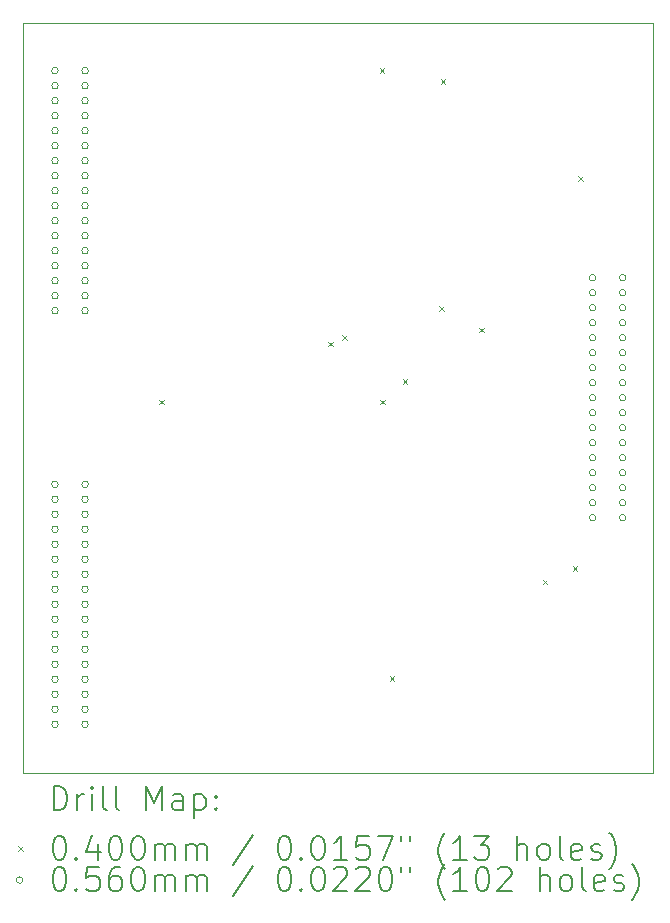
<source format=gbr>
%TF.GenerationSoftware,KiCad,Pcbnew,7.0.7*%
%TF.CreationDate,2023-09-14T15:53:36-04:00*%
%TF.ProjectId,Heater_South_DCT_HSK,48656174-6572-45f5-936f-7574685f4443,rev?*%
%TF.SameCoordinates,Original*%
%TF.FileFunction,Drillmap*%
%TF.FilePolarity,Positive*%
%FSLAX45Y45*%
G04 Gerber Fmt 4.5, Leading zero omitted, Abs format (unit mm)*
G04 Created by KiCad (PCBNEW 7.0.7) date 2023-09-14 15:53:36*
%MOMM*%
%LPD*%
G01*
G04 APERTURE LIST*
%ADD10C,0.100000*%
%ADD11C,0.200000*%
%ADD12C,0.040000*%
%ADD13C,0.056000*%
G04 APERTURE END LIST*
D10*
X10160000Y-5080000D02*
X15494000Y-5080000D01*
X15494000Y-11430000D01*
X10160000Y-11430000D01*
X10160000Y-5080000D01*
D11*
D12*
X11305722Y-8270560D02*
X11345722Y-8310560D01*
X11345722Y-8270560D02*
X11305722Y-8310560D01*
X12740200Y-7780560D02*
X12780200Y-7820560D01*
X12780200Y-7780560D02*
X12740200Y-7820560D01*
X12860200Y-7727000D02*
X12900200Y-7767000D01*
X12900200Y-7727000D02*
X12860200Y-7767000D01*
X13174692Y-5467008D02*
X13214692Y-5507008D01*
X13214692Y-5467008D02*
X13174692Y-5507008D01*
X13180200Y-8270560D02*
X13220200Y-8310560D01*
X13220200Y-8270560D02*
X13180200Y-8310560D01*
X13259120Y-10614980D02*
X13299120Y-10654980D01*
X13299120Y-10614980D02*
X13259120Y-10654980D01*
X13370200Y-8100560D02*
X13410200Y-8140560D01*
X13410200Y-8100560D02*
X13370200Y-8140560D01*
X13680200Y-7480560D02*
X13720200Y-7520560D01*
X13720200Y-7480560D02*
X13680200Y-7520560D01*
X13690920Y-5560380D02*
X13730920Y-5600380D01*
X13730920Y-5560380D02*
X13690920Y-5600380D01*
X14017920Y-7662840D02*
X14057920Y-7702840D01*
X14057920Y-7662840D02*
X14017920Y-7702840D01*
X14556200Y-9794560D02*
X14596200Y-9834560D01*
X14596200Y-9794560D02*
X14556200Y-9834560D01*
X14808520Y-9680560D02*
X14848520Y-9720560D01*
X14848520Y-9680560D02*
X14808520Y-9720560D01*
X14857340Y-6377700D02*
X14897340Y-6417700D01*
X14897340Y-6377700D02*
X14857340Y-6417700D01*
D13*
X10453684Y-5486400D02*
G75*
G03*
X10453684Y-5486400I-28000J0D01*
G01*
X10453684Y-8989060D02*
G75*
G03*
X10453684Y-8989060I-28000J0D01*
G01*
X10454700Y-5613400D02*
G75*
G03*
X10454700Y-5613400I-28000J0D01*
G01*
X10454700Y-5740400D02*
G75*
G03*
X10454700Y-5740400I-28000J0D01*
G01*
X10454700Y-5867400D02*
G75*
G03*
X10454700Y-5867400I-28000J0D01*
G01*
X10454700Y-5994400D02*
G75*
G03*
X10454700Y-5994400I-28000J0D01*
G01*
X10454700Y-6121400D02*
G75*
G03*
X10454700Y-6121400I-28000J0D01*
G01*
X10454700Y-6248400D02*
G75*
G03*
X10454700Y-6248400I-28000J0D01*
G01*
X10454700Y-6375400D02*
G75*
G03*
X10454700Y-6375400I-28000J0D01*
G01*
X10454700Y-6502400D02*
G75*
G03*
X10454700Y-6502400I-28000J0D01*
G01*
X10454700Y-6629400D02*
G75*
G03*
X10454700Y-6629400I-28000J0D01*
G01*
X10454700Y-6756400D02*
G75*
G03*
X10454700Y-6756400I-28000J0D01*
G01*
X10454700Y-6883400D02*
G75*
G03*
X10454700Y-6883400I-28000J0D01*
G01*
X10454700Y-7010400D02*
G75*
G03*
X10454700Y-7010400I-28000J0D01*
G01*
X10454700Y-7137400D02*
G75*
G03*
X10454700Y-7137400I-28000J0D01*
G01*
X10454700Y-7264400D02*
G75*
G03*
X10454700Y-7264400I-28000J0D01*
G01*
X10454700Y-7391400D02*
G75*
G03*
X10454700Y-7391400I-28000J0D01*
G01*
X10454700Y-7518400D02*
G75*
G03*
X10454700Y-7518400I-28000J0D01*
G01*
X10454700Y-9116060D02*
G75*
G03*
X10454700Y-9116060I-28000J0D01*
G01*
X10454700Y-9243060D02*
G75*
G03*
X10454700Y-9243060I-28000J0D01*
G01*
X10454700Y-9370060D02*
G75*
G03*
X10454700Y-9370060I-28000J0D01*
G01*
X10454700Y-9497060D02*
G75*
G03*
X10454700Y-9497060I-28000J0D01*
G01*
X10454700Y-9624060D02*
G75*
G03*
X10454700Y-9624060I-28000J0D01*
G01*
X10454700Y-9751060D02*
G75*
G03*
X10454700Y-9751060I-28000J0D01*
G01*
X10454700Y-9878060D02*
G75*
G03*
X10454700Y-9878060I-28000J0D01*
G01*
X10454700Y-10005060D02*
G75*
G03*
X10454700Y-10005060I-28000J0D01*
G01*
X10454700Y-10132060D02*
G75*
G03*
X10454700Y-10132060I-28000J0D01*
G01*
X10454700Y-10259060D02*
G75*
G03*
X10454700Y-10259060I-28000J0D01*
G01*
X10454700Y-10386060D02*
G75*
G03*
X10454700Y-10386060I-28000J0D01*
G01*
X10454700Y-10513060D02*
G75*
G03*
X10454700Y-10513060I-28000J0D01*
G01*
X10454700Y-10640060D02*
G75*
G03*
X10454700Y-10640060I-28000J0D01*
G01*
X10454700Y-10767060D02*
G75*
G03*
X10454700Y-10767060I-28000J0D01*
G01*
X10454700Y-10894060D02*
G75*
G03*
X10454700Y-10894060I-28000J0D01*
G01*
X10454700Y-11021060D02*
G75*
G03*
X10454700Y-11021060I-28000J0D01*
G01*
X10708700Y-5613400D02*
G75*
G03*
X10708700Y-5613400I-28000J0D01*
G01*
X10708700Y-5740400D02*
G75*
G03*
X10708700Y-5740400I-28000J0D01*
G01*
X10708700Y-5867400D02*
G75*
G03*
X10708700Y-5867400I-28000J0D01*
G01*
X10708700Y-5994400D02*
G75*
G03*
X10708700Y-5994400I-28000J0D01*
G01*
X10708700Y-6121400D02*
G75*
G03*
X10708700Y-6121400I-28000J0D01*
G01*
X10708700Y-6248400D02*
G75*
G03*
X10708700Y-6248400I-28000J0D01*
G01*
X10708700Y-6375400D02*
G75*
G03*
X10708700Y-6375400I-28000J0D01*
G01*
X10708700Y-6502400D02*
G75*
G03*
X10708700Y-6502400I-28000J0D01*
G01*
X10708700Y-6629400D02*
G75*
G03*
X10708700Y-6629400I-28000J0D01*
G01*
X10708700Y-6756400D02*
G75*
G03*
X10708700Y-6756400I-28000J0D01*
G01*
X10708700Y-6883400D02*
G75*
G03*
X10708700Y-6883400I-28000J0D01*
G01*
X10708700Y-7010400D02*
G75*
G03*
X10708700Y-7010400I-28000J0D01*
G01*
X10708700Y-7137400D02*
G75*
G03*
X10708700Y-7137400I-28000J0D01*
G01*
X10708700Y-7264400D02*
G75*
G03*
X10708700Y-7264400I-28000J0D01*
G01*
X10708700Y-7391400D02*
G75*
G03*
X10708700Y-7391400I-28000J0D01*
G01*
X10708700Y-7518400D02*
G75*
G03*
X10708700Y-7518400I-28000J0D01*
G01*
X10708700Y-9116060D02*
G75*
G03*
X10708700Y-9116060I-28000J0D01*
G01*
X10708700Y-9243060D02*
G75*
G03*
X10708700Y-9243060I-28000J0D01*
G01*
X10708700Y-9370060D02*
G75*
G03*
X10708700Y-9370060I-28000J0D01*
G01*
X10708700Y-9497060D02*
G75*
G03*
X10708700Y-9497060I-28000J0D01*
G01*
X10708700Y-9624060D02*
G75*
G03*
X10708700Y-9624060I-28000J0D01*
G01*
X10708700Y-9751060D02*
G75*
G03*
X10708700Y-9751060I-28000J0D01*
G01*
X10708700Y-9878060D02*
G75*
G03*
X10708700Y-9878060I-28000J0D01*
G01*
X10708700Y-10005060D02*
G75*
G03*
X10708700Y-10005060I-28000J0D01*
G01*
X10708700Y-10132060D02*
G75*
G03*
X10708700Y-10132060I-28000J0D01*
G01*
X10708700Y-10259060D02*
G75*
G03*
X10708700Y-10259060I-28000J0D01*
G01*
X10708700Y-10386060D02*
G75*
G03*
X10708700Y-10386060I-28000J0D01*
G01*
X10708700Y-10513060D02*
G75*
G03*
X10708700Y-10513060I-28000J0D01*
G01*
X10708700Y-10640060D02*
G75*
G03*
X10708700Y-10640060I-28000J0D01*
G01*
X10708700Y-10767060D02*
G75*
G03*
X10708700Y-10767060I-28000J0D01*
G01*
X10708700Y-10894060D02*
G75*
G03*
X10708700Y-10894060I-28000J0D01*
G01*
X10708700Y-11021060D02*
G75*
G03*
X10708700Y-11021060I-28000J0D01*
G01*
X10709716Y-5486400D02*
G75*
G03*
X10709716Y-5486400I-28000J0D01*
G01*
X10709716Y-8989060D02*
G75*
G03*
X10709716Y-8989060I-28000J0D01*
G01*
X15005364Y-7239000D02*
G75*
G03*
X15005364Y-7239000I-28000J0D01*
G01*
X15006380Y-7366000D02*
G75*
G03*
X15006380Y-7366000I-28000J0D01*
G01*
X15006380Y-7493000D02*
G75*
G03*
X15006380Y-7493000I-28000J0D01*
G01*
X15006380Y-7620000D02*
G75*
G03*
X15006380Y-7620000I-28000J0D01*
G01*
X15006380Y-7747000D02*
G75*
G03*
X15006380Y-7747000I-28000J0D01*
G01*
X15006380Y-7874000D02*
G75*
G03*
X15006380Y-7874000I-28000J0D01*
G01*
X15006380Y-8001000D02*
G75*
G03*
X15006380Y-8001000I-28000J0D01*
G01*
X15006380Y-8128000D02*
G75*
G03*
X15006380Y-8128000I-28000J0D01*
G01*
X15006380Y-8255000D02*
G75*
G03*
X15006380Y-8255000I-28000J0D01*
G01*
X15006380Y-8382000D02*
G75*
G03*
X15006380Y-8382000I-28000J0D01*
G01*
X15006380Y-8509000D02*
G75*
G03*
X15006380Y-8509000I-28000J0D01*
G01*
X15006380Y-8636000D02*
G75*
G03*
X15006380Y-8636000I-28000J0D01*
G01*
X15006380Y-8763000D02*
G75*
G03*
X15006380Y-8763000I-28000J0D01*
G01*
X15006380Y-8890000D02*
G75*
G03*
X15006380Y-8890000I-28000J0D01*
G01*
X15006380Y-9017000D02*
G75*
G03*
X15006380Y-9017000I-28000J0D01*
G01*
X15006380Y-9144000D02*
G75*
G03*
X15006380Y-9144000I-28000J0D01*
G01*
X15006380Y-9271000D02*
G75*
G03*
X15006380Y-9271000I-28000J0D01*
G01*
X15260380Y-7366000D02*
G75*
G03*
X15260380Y-7366000I-28000J0D01*
G01*
X15260380Y-7493000D02*
G75*
G03*
X15260380Y-7493000I-28000J0D01*
G01*
X15260380Y-7620000D02*
G75*
G03*
X15260380Y-7620000I-28000J0D01*
G01*
X15260380Y-7747000D02*
G75*
G03*
X15260380Y-7747000I-28000J0D01*
G01*
X15260380Y-7874000D02*
G75*
G03*
X15260380Y-7874000I-28000J0D01*
G01*
X15260380Y-8001000D02*
G75*
G03*
X15260380Y-8001000I-28000J0D01*
G01*
X15260380Y-8128000D02*
G75*
G03*
X15260380Y-8128000I-28000J0D01*
G01*
X15260380Y-8255000D02*
G75*
G03*
X15260380Y-8255000I-28000J0D01*
G01*
X15260380Y-8382000D02*
G75*
G03*
X15260380Y-8382000I-28000J0D01*
G01*
X15260380Y-8509000D02*
G75*
G03*
X15260380Y-8509000I-28000J0D01*
G01*
X15260380Y-8636000D02*
G75*
G03*
X15260380Y-8636000I-28000J0D01*
G01*
X15260380Y-8763000D02*
G75*
G03*
X15260380Y-8763000I-28000J0D01*
G01*
X15260380Y-8890000D02*
G75*
G03*
X15260380Y-8890000I-28000J0D01*
G01*
X15260380Y-9017000D02*
G75*
G03*
X15260380Y-9017000I-28000J0D01*
G01*
X15260380Y-9144000D02*
G75*
G03*
X15260380Y-9144000I-28000J0D01*
G01*
X15260380Y-9271000D02*
G75*
G03*
X15260380Y-9271000I-28000J0D01*
G01*
X15261396Y-7239000D02*
G75*
G03*
X15261396Y-7239000I-28000J0D01*
G01*
D11*
X10415777Y-11746484D02*
X10415777Y-11546484D01*
X10415777Y-11546484D02*
X10463396Y-11546484D01*
X10463396Y-11546484D02*
X10491967Y-11556008D01*
X10491967Y-11556008D02*
X10511015Y-11575055D01*
X10511015Y-11575055D02*
X10520539Y-11594103D01*
X10520539Y-11594103D02*
X10530063Y-11632198D01*
X10530063Y-11632198D02*
X10530063Y-11660769D01*
X10530063Y-11660769D02*
X10520539Y-11698865D01*
X10520539Y-11698865D02*
X10511015Y-11717912D01*
X10511015Y-11717912D02*
X10491967Y-11736960D01*
X10491967Y-11736960D02*
X10463396Y-11746484D01*
X10463396Y-11746484D02*
X10415777Y-11746484D01*
X10615777Y-11746484D02*
X10615777Y-11613150D01*
X10615777Y-11651246D02*
X10625301Y-11632198D01*
X10625301Y-11632198D02*
X10634824Y-11622674D01*
X10634824Y-11622674D02*
X10653872Y-11613150D01*
X10653872Y-11613150D02*
X10672920Y-11613150D01*
X10739586Y-11746484D02*
X10739586Y-11613150D01*
X10739586Y-11546484D02*
X10730063Y-11556008D01*
X10730063Y-11556008D02*
X10739586Y-11565531D01*
X10739586Y-11565531D02*
X10749110Y-11556008D01*
X10749110Y-11556008D02*
X10739586Y-11546484D01*
X10739586Y-11546484D02*
X10739586Y-11565531D01*
X10863396Y-11746484D02*
X10844348Y-11736960D01*
X10844348Y-11736960D02*
X10834824Y-11717912D01*
X10834824Y-11717912D02*
X10834824Y-11546484D01*
X10968158Y-11746484D02*
X10949110Y-11736960D01*
X10949110Y-11736960D02*
X10939586Y-11717912D01*
X10939586Y-11717912D02*
X10939586Y-11546484D01*
X11196729Y-11746484D02*
X11196729Y-11546484D01*
X11196729Y-11546484D02*
X11263396Y-11689341D01*
X11263396Y-11689341D02*
X11330062Y-11546484D01*
X11330062Y-11546484D02*
X11330062Y-11746484D01*
X11511015Y-11746484D02*
X11511015Y-11641722D01*
X11511015Y-11641722D02*
X11501491Y-11622674D01*
X11501491Y-11622674D02*
X11482443Y-11613150D01*
X11482443Y-11613150D02*
X11444348Y-11613150D01*
X11444348Y-11613150D02*
X11425301Y-11622674D01*
X11511015Y-11736960D02*
X11491967Y-11746484D01*
X11491967Y-11746484D02*
X11444348Y-11746484D01*
X11444348Y-11746484D02*
X11425301Y-11736960D01*
X11425301Y-11736960D02*
X11415777Y-11717912D01*
X11415777Y-11717912D02*
X11415777Y-11698865D01*
X11415777Y-11698865D02*
X11425301Y-11679817D01*
X11425301Y-11679817D02*
X11444348Y-11670293D01*
X11444348Y-11670293D02*
X11491967Y-11670293D01*
X11491967Y-11670293D02*
X11511015Y-11660769D01*
X11606253Y-11613150D02*
X11606253Y-11813150D01*
X11606253Y-11622674D02*
X11625301Y-11613150D01*
X11625301Y-11613150D02*
X11663396Y-11613150D01*
X11663396Y-11613150D02*
X11682443Y-11622674D01*
X11682443Y-11622674D02*
X11691967Y-11632198D01*
X11691967Y-11632198D02*
X11701491Y-11651246D01*
X11701491Y-11651246D02*
X11701491Y-11708388D01*
X11701491Y-11708388D02*
X11691967Y-11727436D01*
X11691967Y-11727436D02*
X11682443Y-11736960D01*
X11682443Y-11736960D02*
X11663396Y-11746484D01*
X11663396Y-11746484D02*
X11625301Y-11746484D01*
X11625301Y-11746484D02*
X11606253Y-11736960D01*
X11787205Y-11727436D02*
X11796729Y-11736960D01*
X11796729Y-11736960D02*
X11787205Y-11746484D01*
X11787205Y-11746484D02*
X11777682Y-11736960D01*
X11777682Y-11736960D02*
X11787205Y-11727436D01*
X11787205Y-11727436D02*
X11787205Y-11746484D01*
X11787205Y-11622674D02*
X11796729Y-11632198D01*
X11796729Y-11632198D02*
X11787205Y-11641722D01*
X11787205Y-11641722D02*
X11777682Y-11632198D01*
X11777682Y-11632198D02*
X11787205Y-11622674D01*
X11787205Y-11622674D02*
X11787205Y-11641722D01*
D12*
X10115000Y-12055000D02*
X10155000Y-12095000D01*
X10155000Y-12055000D02*
X10115000Y-12095000D01*
D11*
X10453872Y-11966484D02*
X10472920Y-11966484D01*
X10472920Y-11966484D02*
X10491967Y-11976008D01*
X10491967Y-11976008D02*
X10501491Y-11985531D01*
X10501491Y-11985531D02*
X10511015Y-12004579D01*
X10511015Y-12004579D02*
X10520539Y-12042674D01*
X10520539Y-12042674D02*
X10520539Y-12090293D01*
X10520539Y-12090293D02*
X10511015Y-12128388D01*
X10511015Y-12128388D02*
X10501491Y-12147436D01*
X10501491Y-12147436D02*
X10491967Y-12156960D01*
X10491967Y-12156960D02*
X10472920Y-12166484D01*
X10472920Y-12166484D02*
X10453872Y-12166484D01*
X10453872Y-12166484D02*
X10434824Y-12156960D01*
X10434824Y-12156960D02*
X10425301Y-12147436D01*
X10425301Y-12147436D02*
X10415777Y-12128388D01*
X10415777Y-12128388D02*
X10406253Y-12090293D01*
X10406253Y-12090293D02*
X10406253Y-12042674D01*
X10406253Y-12042674D02*
X10415777Y-12004579D01*
X10415777Y-12004579D02*
X10425301Y-11985531D01*
X10425301Y-11985531D02*
X10434824Y-11976008D01*
X10434824Y-11976008D02*
X10453872Y-11966484D01*
X10606253Y-12147436D02*
X10615777Y-12156960D01*
X10615777Y-12156960D02*
X10606253Y-12166484D01*
X10606253Y-12166484D02*
X10596729Y-12156960D01*
X10596729Y-12156960D02*
X10606253Y-12147436D01*
X10606253Y-12147436D02*
X10606253Y-12166484D01*
X10787205Y-12033150D02*
X10787205Y-12166484D01*
X10739586Y-11956960D02*
X10691967Y-12099817D01*
X10691967Y-12099817D02*
X10815777Y-12099817D01*
X10930063Y-11966484D02*
X10949110Y-11966484D01*
X10949110Y-11966484D02*
X10968158Y-11976008D01*
X10968158Y-11976008D02*
X10977682Y-11985531D01*
X10977682Y-11985531D02*
X10987205Y-12004579D01*
X10987205Y-12004579D02*
X10996729Y-12042674D01*
X10996729Y-12042674D02*
X10996729Y-12090293D01*
X10996729Y-12090293D02*
X10987205Y-12128388D01*
X10987205Y-12128388D02*
X10977682Y-12147436D01*
X10977682Y-12147436D02*
X10968158Y-12156960D01*
X10968158Y-12156960D02*
X10949110Y-12166484D01*
X10949110Y-12166484D02*
X10930063Y-12166484D01*
X10930063Y-12166484D02*
X10911015Y-12156960D01*
X10911015Y-12156960D02*
X10901491Y-12147436D01*
X10901491Y-12147436D02*
X10891967Y-12128388D01*
X10891967Y-12128388D02*
X10882444Y-12090293D01*
X10882444Y-12090293D02*
X10882444Y-12042674D01*
X10882444Y-12042674D02*
X10891967Y-12004579D01*
X10891967Y-12004579D02*
X10901491Y-11985531D01*
X10901491Y-11985531D02*
X10911015Y-11976008D01*
X10911015Y-11976008D02*
X10930063Y-11966484D01*
X11120539Y-11966484D02*
X11139586Y-11966484D01*
X11139586Y-11966484D02*
X11158634Y-11976008D01*
X11158634Y-11976008D02*
X11168158Y-11985531D01*
X11168158Y-11985531D02*
X11177682Y-12004579D01*
X11177682Y-12004579D02*
X11187205Y-12042674D01*
X11187205Y-12042674D02*
X11187205Y-12090293D01*
X11187205Y-12090293D02*
X11177682Y-12128388D01*
X11177682Y-12128388D02*
X11168158Y-12147436D01*
X11168158Y-12147436D02*
X11158634Y-12156960D01*
X11158634Y-12156960D02*
X11139586Y-12166484D01*
X11139586Y-12166484D02*
X11120539Y-12166484D01*
X11120539Y-12166484D02*
X11101491Y-12156960D01*
X11101491Y-12156960D02*
X11091967Y-12147436D01*
X11091967Y-12147436D02*
X11082444Y-12128388D01*
X11082444Y-12128388D02*
X11072920Y-12090293D01*
X11072920Y-12090293D02*
X11072920Y-12042674D01*
X11072920Y-12042674D02*
X11082444Y-12004579D01*
X11082444Y-12004579D02*
X11091967Y-11985531D01*
X11091967Y-11985531D02*
X11101491Y-11976008D01*
X11101491Y-11976008D02*
X11120539Y-11966484D01*
X11272920Y-12166484D02*
X11272920Y-12033150D01*
X11272920Y-12052198D02*
X11282443Y-12042674D01*
X11282443Y-12042674D02*
X11301491Y-12033150D01*
X11301491Y-12033150D02*
X11330063Y-12033150D01*
X11330063Y-12033150D02*
X11349110Y-12042674D01*
X11349110Y-12042674D02*
X11358634Y-12061722D01*
X11358634Y-12061722D02*
X11358634Y-12166484D01*
X11358634Y-12061722D02*
X11368158Y-12042674D01*
X11368158Y-12042674D02*
X11387205Y-12033150D01*
X11387205Y-12033150D02*
X11415777Y-12033150D01*
X11415777Y-12033150D02*
X11434824Y-12042674D01*
X11434824Y-12042674D02*
X11444348Y-12061722D01*
X11444348Y-12061722D02*
X11444348Y-12166484D01*
X11539586Y-12166484D02*
X11539586Y-12033150D01*
X11539586Y-12052198D02*
X11549110Y-12042674D01*
X11549110Y-12042674D02*
X11568158Y-12033150D01*
X11568158Y-12033150D02*
X11596729Y-12033150D01*
X11596729Y-12033150D02*
X11615777Y-12042674D01*
X11615777Y-12042674D02*
X11625301Y-12061722D01*
X11625301Y-12061722D02*
X11625301Y-12166484D01*
X11625301Y-12061722D02*
X11634824Y-12042674D01*
X11634824Y-12042674D02*
X11653872Y-12033150D01*
X11653872Y-12033150D02*
X11682443Y-12033150D01*
X11682443Y-12033150D02*
X11701491Y-12042674D01*
X11701491Y-12042674D02*
X11711015Y-12061722D01*
X11711015Y-12061722D02*
X11711015Y-12166484D01*
X12101491Y-11956960D02*
X11930063Y-12214103D01*
X12358634Y-11966484D02*
X12377682Y-11966484D01*
X12377682Y-11966484D02*
X12396729Y-11976008D01*
X12396729Y-11976008D02*
X12406253Y-11985531D01*
X12406253Y-11985531D02*
X12415777Y-12004579D01*
X12415777Y-12004579D02*
X12425301Y-12042674D01*
X12425301Y-12042674D02*
X12425301Y-12090293D01*
X12425301Y-12090293D02*
X12415777Y-12128388D01*
X12415777Y-12128388D02*
X12406253Y-12147436D01*
X12406253Y-12147436D02*
X12396729Y-12156960D01*
X12396729Y-12156960D02*
X12377682Y-12166484D01*
X12377682Y-12166484D02*
X12358634Y-12166484D01*
X12358634Y-12166484D02*
X12339586Y-12156960D01*
X12339586Y-12156960D02*
X12330063Y-12147436D01*
X12330063Y-12147436D02*
X12320539Y-12128388D01*
X12320539Y-12128388D02*
X12311015Y-12090293D01*
X12311015Y-12090293D02*
X12311015Y-12042674D01*
X12311015Y-12042674D02*
X12320539Y-12004579D01*
X12320539Y-12004579D02*
X12330063Y-11985531D01*
X12330063Y-11985531D02*
X12339586Y-11976008D01*
X12339586Y-11976008D02*
X12358634Y-11966484D01*
X12511015Y-12147436D02*
X12520539Y-12156960D01*
X12520539Y-12156960D02*
X12511015Y-12166484D01*
X12511015Y-12166484D02*
X12501491Y-12156960D01*
X12501491Y-12156960D02*
X12511015Y-12147436D01*
X12511015Y-12147436D02*
X12511015Y-12166484D01*
X12644348Y-11966484D02*
X12663396Y-11966484D01*
X12663396Y-11966484D02*
X12682444Y-11976008D01*
X12682444Y-11976008D02*
X12691967Y-11985531D01*
X12691967Y-11985531D02*
X12701491Y-12004579D01*
X12701491Y-12004579D02*
X12711015Y-12042674D01*
X12711015Y-12042674D02*
X12711015Y-12090293D01*
X12711015Y-12090293D02*
X12701491Y-12128388D01*
X12701491Y-12128388D02*
X12691967Y-12147436D01*
X12691967Y-12147436D02*
X12682444Y-12156960D01*
X12682444Y-12156960D02*
X12663396Y-12166484D01*
X12663396Y-12166484D02*
X12644348Y-12166484D01*
X12644348Y-12166484D02*
X12625301Y-12156960D01*
X12625301Y-12156960D02*
X12615777Y-12147436D01*
X12615777Y-12147436D02*
X12606253Y-12128388D01*
X12606253Y-12128388D02*
X12596729Y-12090293D01*
X12596729Y-12090293D02*
X12596729Y-12042674D01*
X12596729Y-12042674D02*
X12606253Y-12004579D01*
X12606253Y-12004579D02*
X12615777Y-11985531D01*
X12615777Y-11985531D02*
X12625301Y-11976008D01*
X12625301Y-11976008D02*
X12644348Y-11966484D01*
X12901491Y-12166484D02*
X12787206Y-12166484D01*
X12844348Y-12166484D02*
X12844348Y-11966484D01*
X12844348Y-11966484D02*
X12825301Y-11995055D01*
X12825301Y-11995055D02*
X12806253Y-12014103D01*
X12806253Y-12014103D02*
X12787206Y-12023627D01*
X13082444Y-11966484D02*
X12987206Y-11966484D01*
X12987206Y-11966484D02*
X12977682Y-12061722D01*
X12977682Y-12061722D02*
X12987206Y-12052198D01*
X12987206Y-12052198D02*
X13006253Y-12042674D01*
X13006253Y-12042674D02*
X13053872Y-12042674D01*
X13053872Y-12042674D02*
X13072920Y-12052198D01*
X13072920Y-12052198D02*
X13082444Y-12061722D01*
X13082444Y-12061722D02*
X13091967Y-12080769D01*
X13091967Y-12080769D02*
X13091967Y-12128388D01*
X13091967Y-12128388D02*
X13082444Y-12147436D01*
X13082444Y-12147436D02*
X13072920Y-12156960D01*
X13072920Y-12156960D02*
X13053872Y-12166484D01*
X13053872Y-12166484D02*
X13006253Y-12166484D01*
X13006253Y-12166484D02*
X12987206Y-12156960D01*
X12987206Y-12156960D02*
X12977682Y-12147436D01*
X13158634Y-11966484D02*
X13291967Y-11966484D01*
X13291967Y-11966484D02*
X13206253Y-12166484D01*
X13358634Y-11966484D02*
X13358634Y-12004579D01*
X13434825Y-11966484D02*
X13434825Y-12004579D01*
X13730063Y-12242674D02*
X13720539Y-12233150D01*
X13720539Y-12233150D02*
X13701491Y-12204579D01*
X13701491Y-12204579D02*
X13691968Y-12185531D01*
X13691968Y-12185531D02*
X13682444Y-12156960D01*
X13682444Y-12156960D02*
X13672920Y-12109341D01*
X13672920Y-12109341D02*
X13672920Y-12071246D01*
X13672920Y-12071246D02*
X13682444Y-12023627D01*
X13682444Y-12023627D02*
X13691968Y-11995055D01*
X13691968Y-11995055D02*
X13701491Y-11976008D01*
X13701491Y-11976008D02*
X13720539Y-11947436D01*
X13720539Y-11947436D02*
X13730063Y-11937912D01*
X13911015Y-12166484D02*
X13796729Y-12166484D01*
X13853872Y-12166484D02*
X13853872Y-11966484D01*
X13853872Y-11966484D02*
X13834825Y-11995055D01*
X13834825Y-11995055D02*
X13815777Y-12014103D01*
X13815777Y-12014103D02*
X13796729Y-12023627D01*
X13977682Y-11966484D02*
X14101491Y-11966484D01*
X14101491Y-11966484D02*
X14034825Y-12042674D01*
X14034825Y-12042674D02*
X14063396Y-12042674D01*
X14063396Y-12042674D02*
X14082444Y-12052198D01*
X14082444Y-12052198D02*
X14091968Y-12061722D01*
X14091968Y-12061722D02*
X14101491Y-12080769D01*
X14101491Y-12080769D02*
X14101491Y-12128388D01*
X14101491Y-12128388D02*
X14091968Y-12147436D01*
X14091968Y-12147436D02*
X14082444Y-12156960D01*
X14082444Y-12156960D02*
X14063396Y-12166484D01*
X14063396Y-12166484D02*
X14006253Y-12166484D01*
X14006253Y-12166484D02*
X13987206Y-12156960D01*
X13987206Y-12156960D02*
X13977682Y-12147436D01*
X14339587Y-12166484D02*
X14339587Y-11966484D01*
X14425301Y-12166484D02*
X14425301Y-12061722D01*
X14425301Y-12061722D02*
X14415777Y-12042674D01*
X14415777Y-12042674D02*
X14396730Y-12033150D01*
X14396730Y-12033150D02*
X14368158Y-12033150D01*
X14368158Y-12033150D02*
X14349110Y-12042674D01*
X14349110Y-12042674D02*
X14339587Y-12052198D01*
X14549110Y-12166484D02*
X14530063Y-12156960D01*
X14530063Y-12156960D02*
X14520539Y-12147436D01*
X14520539Y-12147436D02*
X14511015Y-12128388D01*
X14511015Y-12128388D02*
X14511015Y-12071246D01*
X14511015Y-12071246D02*
X14520539Y-12052198D01*
X14520539Y-12052198D02*
X14530063Y-12042674D01*
X14530063Y-12042674D02*
X14549110Y-12033150D01*
X14549110Y-12033150D02*
X14577682Y-12033150D01*
X14577682Y-12033150D02*
X14596730Y-12042674D01*
X14596730Y-12042674D02*
X14606253Y-12052198D01*
X14606253Y-12052198D02*
X14615777Y-12071246D01*
X14615777Y-12071246D02*
X14615777Y-12128388D01*
X14615777Y-12128388D02*
X14606253Y-12147436D01*
X14606253Y-12147436D02*
X14596730Y-12156960D01*
X14596730Y-12156960D02*
X14577682Y-12166484D01*
X14577682Y-12166484D02*
X14549110Y-12166484D01*
X14730063Y-12166484D02*
X14711015Y-12156960D01*
X14711015Y-12156960D02*
X14701491Y-12137912D01*
X14701491Y-12137912D02*
X14701491Y-11966484D01*
X14882444Y-12156960D02*
X14863396Y-12166484D01*
X14863396Y-12166484D02*
X14825301Y-12166484D01*
X14825301Y-12166484D02*
X14806253Y-12156960D01*
X14806253Y-12156960D02*
X14796730Y-12137912D01*
X14796730Y-12137912D02*
X14796730Y-12061722D01*
X14796730Y-12061722D02*
X14806253Y-12042674D01*
X14806253Y-12042674D02*
X14825301Y-12033150D01*
X14825301Y-12033150D02*
X14863396Y-12033150D01*
X14863396Y-12033150D02*
X14882444Y-12042674D01*
X14882444Y-12042674D02*
X14891968Y-12061722D01*
X14891968Y-12061722D02*
X14891968Y-12080769D01*
X14891968Y-12080769D02*
X14796730Y-12099817D01*
X14968158Y-12156960D02*
X14987206Y-12166484D01*
X14987206Y-12166484D02*
X15025301Y-12166484D01*
X15025301Y-12166484D02*
X15044349Y-12156960D01*
X15044349Y-12156960D02*
X15053872Y-12137912D01*
X15053872Y-12137912D02*
X15053872Y-12128388D01*
X15053872Y-12128388D02*
X15044349Y-12109341D01*
X15044349Y-12109341D02*
X15025301Y-12099817D01*
X15025301Y-12099817D02*
X14996730Y-12099817D01*
X14996730Y-12099817D02*
X14977682Y-12090293D01*
X14977682Y-12090293D02*
X14968158Y-12071246D01*
X14968158Y-12071246D02*
X14968158Y-12061722D01*
X14968158Y-12061722D02*
X14977682Y-12042674D01*
X14977682Y-12042674D02*
X14996730Y-12033150D01*
X14996730Y-12033150D02*
X15025301Y-12033150D01*
X15025301Y-12033150D02*
X15044349Y-12042674D01*
X15120539Y-12242674D02*
X15130063Y-12233150D01*
X15130063Y-12233150D02*
X15149111Y-12204579D01*
X15149111Y-12204579D02*
X15158634Y-12185531D01*
X15158634Y-12185531D02*
X15168158Y-12156960D01*
X15168158Y-12156960D02*
X15177682Y-12109341D01*
X15177682Y-12109341D02*
X15177682Y-12071246D01*
X15177682Y-12071246D02*
X15168158Y-12023627D01*
X15168158Y-12023627D02*
X15158634Y-11995055D01*
X15158634Y-11995055D02*
X15149111Y-11976008D01*
X15149111Y-11976008D02*
X15130063Y-11947436D01*
X15130063Y-11947436D02*
X15120539Y-11937912D01*
D13*
X10155000Y-12339000D02*
G75*
G03*
X10155000Y-12339000I-28000J0D01*
G01*
D11*
X10453872Y-12230484D02*
X10472920Y-12230484D01*
X10472920Y-12230484D02*
X10491967Y-12240008D01*
X10491967Y-12240008D02*
X10501491Y-12249531D01*
X10501491Y-12249531D02*
X10511015Y-12268579D01*
X10511015Y-12268579D02*
X10520539Y-12306674D01*
X10520539Y-12306674D02*
X10520539Y-12354293D01*
X10520539Y-12354293D02*
X10511015Y-12392388D01*
X10511015Y-12392388D02*
X10501491Y-12411436D01*
X10501491Y-12411436D02*
X10491967Y-12420960D01*
X10491967Y-12420960D02*
X10472920Y-12430484D01*
X10472920Y-12430484D02*
X10453872Y-12430484D01*
X10453872Y-12430484D02*
X10434824Y-12420960D01*
X10434824Y-12420960D02*
X10425301Y-12411436D01*
X10425301Y-12411436D02*
X10415777Y-12392388D01*
X10415777Y-12392388D02*
X10406253Y-12354293D01*
X10406253Y-12354293D02*
X10406253Y-12306674D01*
X10406253Y-12306674D02*
X10415777Y-12268579D01*
X10415777Y-12268579D02*
X10425301Y-12249531D01*
X10425301Y-12249531D02*
X10434824Y-12240008D01*
X10434824Y-12240008D02*
X10453872Y-12230484D01*
X10606253Y-12411436D02*
X10615777Y-12420960D01*
X10615777Y-12420960D02*
X10606253Y-12430484D01*
X10606253Y-12430484D02*
X10596729Y-12420960D01*
X10596729Y-12420960D02*
X10606253Y-12411436D01*
X10606253Y-12411436D02*
X10606253Y-12430484D01*
X10796729Y-12230484D02*
X10701491Y-12230484D01*
X10701491Y-12230484D02*
X10691967Y-12325722D01*
X10691967Y-12325722D02*
X10701491Y-12316198D01*
X10701491Y-12316198D02*
X10720539Y-12306674D01*
X10720539Y-12306674D02*
X10768158Y-12306674D01*
X10768158Y-12306674D02*
X10787205Y-12316198D01*
X10787205Y-12316198D02*
X10796729Y-12325722D01*
X10796729Y-12325722D02*
X10806253Y-12344769D01*
X10806253Y-12344769D02*
X10806253Y-12392388D01*
X10806253Y-12392388D02*
X10796729Y-12411436D01*
X10796729Y-12411436D02*
X10787205Y-12420960D01*
X10787205Y-12420960D02*
X10768158Y-12430484D01*
X10768158Y-12430484D02*
X10720539Y-12430484D01*
X10720539Y-12430484D02*
X10701491Y-12420960D01*
X10701491Y-12420960D02*
X10691967Y-12411436D01*
X10977682Y-12230484D02*
X10939586Y-12230484D01*
X10939586Y-12230484D02*
X10920539Y-12240008D01*
X10920539Y-12240008D02*
X10911015Y-12249531D01*
X10911015Y-12249531D02*
X10891967Y-12278103D01*
X10891967Y-12278103D02*
X10882444Y-12316198D01*
X10882444Y-12316198D02*
X10882444Y-12392388D01*
X10882444Y-12392388D02*
X10891967Y-12411436D01*
X10891967Y-12411436D02*
X10901491Y-12420960D01*
X10901491Y-12420960D02*
X10920539Y-12430484D01*
X10920539Y-12430484D02*
X10958634Y-12430484D01*
X10958634Y-12430484D02*
X10977682Y-12420960D01*
X10977682Y-12420960D02*
X10987205Y-12411436D01*
X10987205Y-12411436D02*
X10996729Y-12392388D01*
X10996729Y-12392388D02*
X10996729Y-12344769D01*
X10996729Y-12344769D02*
X10987205Y-12325722D01*
X10987205Y-12325722D02*
X10977682Y-12316198D01*
X10977682Y-12316198D02*
X10958634Y-12306674D01*
X10958634Y-12306674D02*
X10920539Y-12306674D01*
X10920539Y-12306674D02*
X10901491Y-12316198D01*
X10901491Y-12316198D02*
X10891967Y-12325722D01*
X10891967Y-12325722D02*
X10882444Y-12344769D01*
X11120539Y-12230484D02*
X11139586Y-12230484D01*
X11139586Y-12230484D02*
X11158634Y-12240008D01*
X11158634Y-12240008D02*
X11168158Y-12249531D01*
X11168158Y-12249531D02*
X11177682Y-12268579D01*
X11177682Y-12268579D02*
X11187205Y-12306674D01*
X11187205Y-12306674D02*
X11187205Y-12354293D01*
X11187205Y-12354293D02*
X11177682Y-12392388D01*
X11177682Y-12392388D02*
X11168158Y-12411436D01*
X11168158Y-12411436D02*
X11158634Y-12420960D01*
X11158634Y-12420960D02*
X11139586Y-12430484D01*
X11139586Y-12430484D02*
X11120539Y-12430484D01*
X11120539Y-12430484D02*
X11101491Y-12420960D01*
X11101491Y-12420960D02*
X11091967Y-12411436D01*
X11091967Y-12411436D02*
X11082444Y-12392388D01*
X11082444Y-12392388D02*
X11072920Y-12354293D01*
X11072920Y-12354293D02*
X11072920Y-12306674D01*
X11072920Y-12306674D02*
X11082444Y-12268579D01*
X11082444Y-12268579D02*
X11091967Y-12249531D01*
X11091967Y-12249531D02*
X11101491Y-12240008D01*
X11101491Y-12240008D02*
X11120539Y-12230484D01*
X11272920Y-12430484D02*
X11272920Y-12297150D01*
X11272920Y-12316198D02*
X11282443Y-12306674D01*
X11282443Y-12306674D02*
X11301491Y-12297150D01*
X11301491Y-12297150D02*
X11330063Y-12297150D01*
X11330063Y-12297150D02*
X11349110Y-12306674D01*
X11349110Y-12306674D02*
X11358634Y-12325722D01*
X11358634Y-12325722D02*
X11358634Y-12430484D01*
X11358634Y-12325722D02*
X11368158Y-12306674D01*
X11368158Y-12306674D02*
X11387205Y-12297150D01*
X11387205Y-12297150D02*
X11415777Y-12297150D01*
X11415777Y-12297150D02*
X11434824Y-12306674D01*
X11434824Y-12306674D02*
X11444348Y-12325722D01*
X11444348Y-12325722D02*
X11444348Y-12430484D01*
X11539586Y-12430484D02*
X11539586Y-12297150D01*
X11539586Y-12316198D02*
X11549110Y-12306674D01*
X11549110Y-12306674D02*
X11568158Y-12297150D01*
X11568158Y-12297150D02*
X11596729Y-12297150D01*
X11596729Y-12297150D02*
X11615777Y-12306674D01*
X11615777Y-12306674D02*
X11625301Y-12325722D01*
X11625301Y-12325722D02*
X11625301Y-12430484D01*
X11625301Y-12325722D02*
X11634824Y-12306674D01*
X11634824Y-12306674D02*
X11653872Y-12297150D01*
X11653872Y-12297150D02*
X11682443Y-12297150D01*
X11682443Y-12297150D02*
X11701491Y-12306674D01*
X11701491Y-12306674D02*
X11711015Y-12325722D01*
X11711015Y-12325722D02*
X11711015Y-12430484D01*
X12101491Y-12220960D02*
X11930063Y-12478103D01*
X12358634Y-12230484D02*
X12377682Y-12230484D01*
X12377682Y-12230484D02*
X12396729Y-12240008D01*
X12396729Y-12240008D02*
X12406253Y-12249531D01*
X12406253Y-12249531D02*
X12415777Y-12268579D01*
X12415777Y-12268579D02*
X12425301Y-12306674D01*
X12425301Y-12306674D02*
X12425301Y-12354293D01*
X12425301Y-12354293D02*
X12415777Y-12392388D01*
X12415777Y-12392388D02*
X12406253Y-12411436D01*
X12406253Y-12411436D02*
X12396729Y-12420960D01*
X12396729Y-12420960D02*
X12377682Y-12430484D01*
X12377682Y-12430484D02*
X12358634Y-12430484D01*
X12358634Y-12430484D02*
X12339586Y-12420960D01*
X12339586Y-12420960D02*
X12330063Y-12411436D01*
X12330063Y-12411436D02*
X12320539Y-12392388D01*
X12320539Y-12392388D02*
X12311015Y-12354293D01*
X12311015Y-12354293D02*
X12311015Y-12306674D01*
X12311015Y-12306674D02*
X12320539Y-12268579D01*
X12320539Y-12268579D02*
X12330063Y-12249531D01*
X12330063Y-12249531D02*
X12339586Y-12240008D01*
X12339586Y-12240008D02*
X12358634Y-12230484D01*
X12511015Y-12411436D02*
X12520539Y-12420960D01*
X12520539Y-12420960D02*
X12511015Y-12430484D01*
X12511015Y-12430484D02*
X12501491Y-12420960D01*
X12501491Y-12420960D02*
X12511015Y-12411436D01*
X12511015Y-12411436D02*
X12511015Y-12430484D01*
X12644348Y-12230484D02*
X12663396Y-12230484D01*
X12663396Y-12230484D02*
X12682444Y-12240008D01*
X12682444Y-12240008D02*
X12691967Y-12249531D01*
X12691967Y-12249531D02*
X12701491Y-12268579D01*
X12701491Y-12268579D02*
X12711015Y-12306674D01*
X12711015Y-12306674D02*
X12711015Y-12354293D01*
X12711015Y-12354293D02*
X12701491Y-12392388D01*
X12701491Y-12392388D02*
X12691967Y-12411436D01*
X12691967Y-12411436D02*
X12682444Y-12420960D01*
X12682444Y-12420960D02*
X12663396Y-12430484D01*
X12663396Y-12430484D02*
X12644348Y-12430484D01*
X12644348Y-12430484D02*
X12625301Y-12420960D01*
X12625301Y-12420960D02*
X12615777Y-12411436D01*
X12615777Y-12411436D02*
X12606253Y-12392388D01*
X12606253Y-12392388D02*
X12596729Y-12354293D01*
X12596729Y-12354293D02*
X12596729Y-12306674D01*
X12596729Y-12306674D02*
X12606253Y-12268579D01*
X12606253Y-12268579D02*
X12615777Y-12249531D01*
X12615777Y-12249531D02*
X12625301Y-12240008D01*
X12625301Y-12240008D02*
X12644348Y-12230484D01*
X12787206Y-12249531D02*
X12796729Y-12240008D01*
X12796729Y-12240008D02*
X12815777Y-12230484D01*
X12815777Y-12230484D02*
X12863396Y-12230484D01*
X12863396Y-12230484D02*
X12882444Y-12240008D01*
X12882444Y-12240008D02*
X12891967Y-12249531D01*
X12891967Y-12249531D02*
X12901491Y-12268579D01*
X12901491Y-12268579D02*
X12901491Y-12287627D01*
X12901491Y-12287627D02*
X12891967Y-12316198D01*
X12891967Y-12316198D02*
X12777682Y-12430484D01*
X12777682Y-12430484D02*
X12901491Y-12430484D01*
X12977682Y-12249531D02*
X12987206Y-12240008D01*
X12987206Y-12240008D02*
X13006253Y-12230484D01*
X13006253Y-12230484D02*
X13053872Y-12230484D01*
X13053872Y-12230484D02*
X13072920Y-12240008D01*
X13072920Y-12240008D02*
X13082444Y-12249531D01*
X13082444Y-12249531D02*
X13091967Y-12268579D01*
X13091967Y-12268579D02*
X13091967Y-12287627D01*
X13091967Y-12287627D02*
X13082444Y-12316198D01*
X13082444Y-12316198D02*
X12968158Y-12430484D01*
X12968158Y-12430484D02*
X13091967Y-12430484D01*
X13215777Y-12230484D02*
X13234825Y-12230484D01*
X13234825Y-12230484D02*
X13253872Y-12240008D01*
X13253872Y-12240008D02*
X13263396Y-12249531D01*
X13263396Y-12249531D02*
X13272920Y-12268579D01*
X13272920Y-12268579D02*
X13282444Y-12306674D01*
X13282444Y-12306674D02*
X13282444Y-12354293D01*
X13282444Y-12354293D02*
X13272920Y-12392388D01*
X13272920Y-12392388D02*
X13263396Y-12411436D01*
X13263396Y-12411436D02*
X13253872Y-12420960D01*
X13253872Y-12420960D02*
X13234825Y-12430484D01*
X13234825Y-12430484D02*
X13215777Y-12430484D01*
X13215777Y-12430484D02*
X13196729Y-12420960D01*
X13196729Y-12420960D02*
X13187206Y-12411436D01*
X13187206Y-12411436D02*
X13177682Y-12392388D01*
X13177682Y-12392388D02*
X13168158Y-12354293D01*
X13168158Y-12354293D02*
X13168158Y-12306674D01*
X13168158Y-12306674D02*
X13177682Y-12268579D01*
X13177682Y-12268579D02*
X13187206Y-12249531D01*
X13187206Y-12249531D02*
X13196729Y-12240008D01*
X13196729Y-12240008D02*
X13215777Y-12230484D01*
X13358634Y-12230484D02*
X13358634Y-12268579D01*
X13434825Y-12230484D02*
X13434825Y-12268579D01*
X13730063Y-12506674D02*
X13720539Y-12497150D01*
X13720539Y-12497150D02*
X13701491Y-12468579D01*
X13701491Y-12468579D02*
X13691968Y-12449531D01*
X13691968Y-12449531D02*
X13682444Y-12420960D01*
X13682444Y-12420960D02*
X13672920Y-12373341D01*
X13672920Y-12373341D02*
X13672920Y-12335246D01*
X13672920Y-12335246D02*
X13682444Y-12287627D01*
X13682444Y-12287627D02*
X13691968Y-12259055D01*
X13691968Y-12259055D02*
X13701491Y-12240008D01*
X13701491Y-12240008D02*
X13720539Y-12211436D01*
X13720539Y-12211436D02*
X13730063Y-12201912D01*
X13911015Y-12430484D02*
X13796729Y-12430484D01*
X13853872Y-12430484D02*
X13853872Y-12230484D01*
X13853872Y-12230484D02*
X13834825Y-12259055D01*
X13834825Y-12259055D02*
X13815777Y-12278103D01*
X13815777Y-12278103D02*
X13796729Y-12287627D01*
X14034825Y-12230484D02*
X14053872Y-12230484D01*
X14053872Y-12230484D02*
X14072920Y-12240008D01*
X14072920Y-12240008D02*
X14082444Y-12249531D01*
X14082444Y-12249531D02*
X14091968Y-12268579D01*
X14091968Y-12268579D02*
X14101491Y-12306674D01*
X14101491Y-12306674D02*
X14101491Y-12354293D01*
X14101491Y-12354293D02*
X14091968Y-12392388D01*
X14091968Y-12392388D02*
X14082444Y-12411436D01*
X14082444Y-12411436D02*
X14072920Y-12420960D01*
X14072920Y-12420960D02*
X14053872Y-12430484D01*
X14053872Y-12430484D02*
X14034825Y-12430484D01*
X14034825Y-12430484D02*
X14015777Y-12420960D01*
X14015777Y-12420960D02*
X14006253Y-12411436D01*
X14006253Y-12411436D02*
X13996729Y-12392388D01*
X13996729Y-12392388D02*
X13987206Y-12354293D01*
X13987206Y-12354293D02*
X13987206Y-12306674D01*
X13987206Y-12306674D02*
X13996729Y-12268579D01*
X13996729Y-12268579D02*
X14006253Y-12249531D01*
X14006253Y-12249531D02*
X14015777Y-12240008D01*
X14015777Y-12240008D02*
X14034825Y-12230484D01*
X14177682Y-12249531D02*
X14187206Y-12240008D01*
X14187206Y-12240008D02*
X14206253Y-12230484D01*
X14206253Y-12230484D02*
X14253872Y-12230484D01*
X14253872Y-12230484D02*
X14272920Y-12240008D01*
X14272920Y-12240008D02*
X14282444Y-12249531D01*
X14282444Y-12249531D02*
X14291968Y-12268579D01*
X14291968Y-12268579D02*
X14291968Y-12287627D01*
X14291968Y-12287627D02*
X14282444Y-12316198D01*
X14282444Y-12316198D02*
X14168158Y-12430484D01*
X14168158Y-12430484D02*
X14291968Y-12430484D01*
X14530063Y-12430484D02*
X14530063Y-12230484D01*
X14615777Y-12430484D02*
X14615777Y-12325722D01*
X14615777Y-12325722D02*
X14606253Y-12306674D01*
X14606253Y-12306674D02*
X14587206Y-12297150D01*
X14587206Y-12297150D02*
X14558634Y-12297150D01*
X14558634Y-12297150D02*
X14539587Y-12306674D01*
X14539587Y-12306674D02*
X14530063Y-12316198D01*
X14739587Y-12430484D02*
X14720539Y-12420960D01*
X14720539Y-12420960D02*
X14711015Y-12411436D01*
X14711015Y-12411436D02*
X14701491Y-12392388D01*
X14701491Y-12392388D02*
X14701491Y-12335246D01*
X14701491Y-12335246D02*
X14711015Y-12316198D01*
X14711015Y-12316198D02*
X14720539Y-12306674D01*
X14720539Y-12306674D02*
X14739587Y-12297150D01*
X14739587Y-12297150D02*
X14768158Y-12297150D01*
X14768158Y-12297150D02*
X14787206Y-12306674D01*
X14787206Y-12306674D02*
X14796730Y-12316198D01*
X14796730Y-12316198D02*
X14806253Y-12335246D01*
X14806253Y-12335246D02*
X14806253Y-12392388D01*
X14806253Y-12392388D02*
X14796730Y-12411436D01*
X14796730Y-12411436D02*
X14787206Y-12420960D01*
X14787206Y-12420960D02*
X14768158Y-12430484D01*
X14768158Y-12430484D02*
X14739587Y-12430484D01*
X14920539Y-12430484D02*
X14901491Y-12420960D01*
X14901491Y-12420960D02*
X14891968Y-12401912D01*
X14891968Y-12401912D02*
X14891968Y-12230484D01*
X15072920Y-12420960D02*
X15053872Y-12430484D01*
X15053872Y-12430484D02*
X15015777Y-12430484D01*
X15015777Y-12430484D02*
X14996730Y-12420960D01*
X14996730Y-12420960D02*
X14987206Y-12401912D01*
X14987206Y-12401912D02*
X14987206Y-12325722D01*
X14987206Y-12325722D02*
X14996730Y-12306674D01*
X14996730Y-12306674D02*
X15015777Y-12297150D01*
X15015777Y-12297150D02*
X15053872Y-12297150D01*
X15053872Y-12297150D02*
X15072920Y-12306674D01*
X15072920Y-12306674D02*
X15082444Y-12325722D01*
X15082444Y-12325722D02*
X15082444Y-12344769D01*
X15082444Y-12344769D02*
X14987206Y-12363817D01*
X15158634Y-12420960D02*
X15177682Y-12430484D01*
X15177682Y-12430484D02*
X15215777Y-12430484D01*
X15215777Y-12430484D02*
X15234825Y-12420960D01*
X15234825Y-12420960D02*
X15244349Y-12401912D01*
X15244349Y-12401912D02*
X15244349Y-12392388D01*
X15244349Y-12392388D02*
X15234825Y-12373341D01*
X15234825Y-12373341D02*
X15215777Y-12363817D01*
X15215777Y-12363817D02*
X15187206Y-12363817D01*
X15187206Y-12363817D02*
X15168158Y-12354293D01*
X15168158Y-12354293D02*
X15158634Y-12335246D01*
X15158634Y-12335246D02*
X15158634Y-12325722D01*
X15158634Y-12325722D02*
X15168158Y-12306674D01*
X15168158Y-12306674D02*
X15187206Y-12297150D01*
X15187206Y-12297150D02*
X15215777Y-12297150D01*
X15215777Y-12297150D02*
X15234825Y-12306674D01*
X15311015Y-12506674D02*
X15320539Y-12497150D01*
X15320539Y-12497150D02*
X15339587Y-12468579D01*
X15339587Y-12468579D02*
X15349111Y-12449531D01*
X15349111Y-12449531D02*
X15358634Y-12420960D01*
X15358634Y-12420960D02*
X15368158Y-12373341D01*
X15368158Y-12373341D02*
X15368158Y-12335246D01*
X15368158Y-12335246D02*
X15358634Y-12287627D01*
X15358634Y-12287627D02*
X15349111Y-12259055D01*
X15349111Y-12259055D02*
X15339587Y-12240008D01*
X15339587Y-12240008D02*
X15320539Y-12211436D01*
X15320539Y-12211436D02*
X15311015Y-12201912D01*
M02*

</source>
